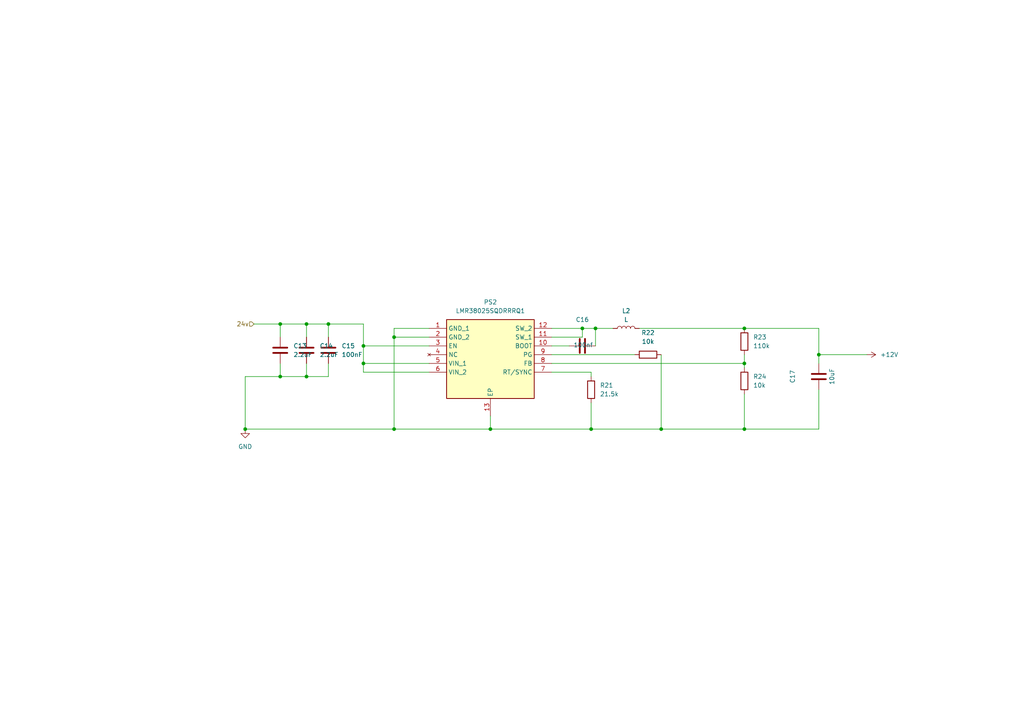
<source format=kicad_sch>
(kicad_sch (version 20250114) (generator "eeschema") (generator_version "9.0")
  (paper "A4")
  (lib_symbols
    (symbol "Device:C" (pin_numbers (hide yes)) (pin_names (offset 0.254))
      (property "Reference" "C" (at 0.635 2.54 0))
      (property "Value" "C" (at 0.635 -2.54 0))
      (symbol "C_0_1"
        (polyline (pts (xy -2.032 0.762) (xy 2.032 0.762)) (stroke (width 0.508)))
        (polyline (pts (xy -2.032 -0.762) (xy 2.032 -0.762)) (stroke (width 0.508)))
      )
      (symbol "C_1_1"
        (pin passive line (at 0 3.81 270) (length 2.794) (name "~") (number "1"))
        (pin passive line (at 0 -3.81 90) (length 2.794) (name "~") (number "2"))
      )
    )
    (symbol "Device:L" (pin_numbers (hide yes)) (pin_names (offset 1.016) (hide yes))
      (property "Reference" "L" (at -1.27 0 90))
      (property "Value" "L" (at 1.905 0 90))
      (symbol "L_0_1"
        (arc (start 0 2.54) (mid 0.6323 1.905) (end 0 1.27))
        (arc (start 0 1.27) (mid 0.6323 0.635) (end 0 0))
        (arc (start 0 0) (mid 0.6323 -0.635) (end 0 -1.27))
        (arc (start 0 -1.27) (mid 0.6323 -1.905) (end 0 -2.54))
      )
      (symbol "L_1_1"
        (pin passive line (at 0 3.81 270) (length 1.27) (name "1") (number "1"))
        (pin passive line (at 0 -3.81 90) (length 1.27) (name "2") (number "2"))
      )
    )
    (symbol "Device:R" (pin_numbers (hide yes)) (pin_names (offset 0))
      (property "Reference" "R" (at 2.032 0 90))
      (property "Value" "R" (at 0 0 90))
      (symbol "R_0_1"
        (rectangle (start -1.016 -2.54) (end 1.016 2.54) (stroke (width 0.254)))
      )
      (symbol "R_1_1"
        (pin passive line (at 0 3.81 270) (length 1.27) (name "~") (number "1"))
        (pin passive line (at 0 -3.81 90) (length 1.27) (name "~") (number "2"))
      )
    )
    (symbol "LMR38025SQDRRRQ1:LMR38025SQDRRRQ1"
      (property "Reference" "PS" (at 31.75 7.62 0))
      (property "Value" "LMR38025SQDRRRQ1" (at 31.75 5.08 0))
      (symbol "LMR38025SQDRRRQ1_1_1"
        (rectangle (start 5.08 2.54) (end 30.48 -20.32) (stroke (width 0.254)) (fill (type background)))
        (pin passive line (at 0 0 0) (length 5.08) (name "GND_1") (number "1"))
        (pin passive line (at 0 -2.54 0) (length 5.08) (name "GND_2") (number "2"))
        (pin passive line (at 0 -5.08 0) (length 5.08) (name "EN") (number "3"))
        (pin no_connect line (at 0 -7.62 0) (length 5.08) (name "NC") (number "4"))
        (pin passive line (at 0 -10.16 0) (length 5.08) (name "VIN_1") (number "5"))
        (pin passive line (at 0 -12.7 0) (length 5.08) (name "VIN_2") (number "6"))
        (pin passive line (at 17.78 -25.4 90) (length 5.08) (name "EP") (number "13"))
        (pin passive line (at 35.56 0 180) (length 5.08) (name "SW_2") (number "12"))
        (pin passive line (at 35.56 -2.54 180) (length 5.08) (name "SW_1") (number "11"))
        (pin passive line (at 35.56 -5.08 180) (length 5.08) (name "BOOT") (number "10"))
        (pin passive line (at 35.56 -7.62 180) (length 5.08) (name "PG") (number "9"))
        (pin passive line (at 35.56 -10.16 180) (length 5.08) (name "FB") (number "8"))
        (pin passive line (at 35.56 -12.7 180) (length 5.08) (name "RT/SYNC") (number "7"))
      )
    )
    (symbol "power:+12V" (power) (pin_numbers (hide yes)) (pin_names (offset 0) (hide yes))
      (property "Value" "+12V" (at 0 3.556 0))
      (symbol "+12V_0_1"
        (polyline (pts (xy -0.762 1.27) (xy 0 2.54)))
        (polyline (pts (xy 0 2.54) (xy 0.762 1.27)))
        (polyline (pts (xy 0 0) (xy 0 2.54)))
      )
      (symbol "+12V_1_1"
        (pin power_in line (at 0 0 90) (length 0) (name "~") (number "1"))
      )
    )
    (symbol "power:GND" (power) (pin_numbers (hide yes)) (pin_names (offset 0) (hide yes))
      (property "Value" "GND" (at 0 -3.81 0))
      (symbol "GND_0_1"
        (polyline (pts (xy 0 0) (xy 0 -1.27) (xy 1.27 -1.27) (xy 0 -2.54) (xy -1.27 -1.27) (xy 0 -1.27)))
      )
      (symbol "GND_1_1"
        (pin power_in line (at 0 0 270) (length 0) (name "~") (number "1"))
      )
    )
  )
  (junction (at 215.9 95.25))
  (junction (at 172.72 95.25))
  (junction (at 105.41 105.41))
  (junction (at 88.9 93.98))
  (junction (at 215.9 124.46))
  (junction (at 114.3 124.46))
  (junction (at 215.9 105.41))
  (junction (at 105.41 100.33))
  (junction (at 88.9 109.22))
  (junction (at 168.91 95.25))
  (junction (at 81.28 109.22))
  (junction (at 95.25 93.98))
  (junction (at 81.28 93.98))
  (junction (at 114.3 97.79))
  (junction (at 71.12 124.46))
  (junction (at 142.24 124.46))
  (junction (at 237.49 102.87))
  (junction (at 171.45 124.46))
  (junction (at 191.77 124.46))
  (wire (pts (xy 237.49 102.87) (xy 251.46 102.87)))
  (wire (pts (xy 71.12 109.22) (xy 81.28 109.22)))
  (wire (pts (xy 73.66 93.98) (xy 81.28 93.98)))
  (wire (pts (xy 171.45 124.46) (xy 142.24 124.46)))
  (wire (pts (xy 172.72 95.25) (xy 168.91 95.25)))
  (wire (pts (xy 142.24 124.46) (xy 114.3 124.46)))
  (wire (pts (xy 185.42 95.25) (xy 215.9 95.25)))
  (wire (pts (xy 171.45 116.84) (xy 171.45 124.46)))
  (wire (pts (xy 160.02 102.87) (xy 184.15 102.87)))
  (wire (pts (xy 160.02 105.41) (xy 215.9 105.41)))
  (wire (pts (xy 191.77 102.87) (xy 191.77 124.46)))
  (wire (pts (xy 124.46 100.33) (xy 105.41 100.33)))
  (wire (pts (xy 114.3 124.46) (xy 71.12 124.46)))
  (wire (pts (xy 71.12 124.46) (xy 71.12 109.22)))
  (wire (pts (xy 105.41 105.41) (xy 124.46 105.41)))
  (wire (pts (xy 81.28 109.22) (xy 88.9 109.22)))
  (wire (pts (xy 105.41 93.98) (xy 105.41 100.33)))
  (wire (pts (xy 160.02 97.79) (xy 168.91 97.79)))
  (wire (pts (xy 105.41 107.95) (xy 105.41 105.41)))
  (wire (pts (xy 168.91 95.25) (xy 168.91 97.79)))
  (wire (pts (xy 81.28 93.98) (xy 88.9 93.98)))
  (wire (pts (xy 237.49 95.25) (xy 237.49 102.87)))
  (wire (pts (xy 160.02 107.95) (xy 171.45 107.95)))
  (wire (pts (xy 81.28 97.79) (xy 81.28 93.98)))
  (wire (pts (xy 215.9 102.87) (xy 215.9 105.41)))
  (wire (pts (xy 114.3 97.79) (xy 114.3 124.46)))
  (wire (pts (xy 237.49 95.25) (xy 215.9 95.25)))
  (wire (pts (xy 215.9 124.46) (xy 191.77 124.46)))
  (wire (pts (xy 88.9 93.98) (xy 88.9 97.79)))
  (wire (pts (xy 172.72 95.25) (xy 172.72 100.33)))
  (wire (pts (xy 237.49 113.03) (xy 237.49 124.46)))
  (wire (pts (xy 81.28 105.41) (xy 81.28 109.22)))
  (wire (pts (xy 124.46 95.25) (xy 114.3 95.25)))
  (wire (pts (xy 114.3 97.79) (xy 124.46 97.79)))
  (wire (pts (xy 105.41 100.33) (xy 105.41 105.41)))
  (wire (pts (xy 171.45 107.95) (xy 171.45 109.22)))
  (wire (pts (xy 95.25 109.22) (xy 95.25 105.41)))
  (wire (pts (xy 95.25 93.98) (xy 95.25 97.79)))
  (wire (pts (xy 88.9 109.22) (xy 95.25 109.22)))
  (wire (pts (xy 142.24 120.65) (xy 142.24 124.46)))
  (wire (pts (xy 237.49 124.46) (xy 215.9 124.46)))
  (wire (pts (xy 95.25 93.98) (xy 105.41 93.98)))
  (wire (pts (xy 237.49 102.87) (xy 237.49 105.41)))
  (wire (pts (xy 124.46 107.95) (xy 105.41 107.95)))
  (wire (pts (xy 160.02 95.25) (xy 168.91 95.25)))
  (wire (pts (xy 177.8 95.25) (xy 172.72 95.25)))
  (wire (pts (xy 160.02 100.33) (xy 165.1 100.33)))
  (wire (pts (xy 215.9 105.41) (xy 215.9 106.68)))
  (wire (pts (xy 215.9 114.3) (xy 215.9 124.46)))
  (wire (pts (xy 114.3 95.25) (xy 114.3 97.79)))
  (wire (pts (xy 191.77 124.46) (xy 171.45 124.46)))
  (wire (pts (xy 88.9 93.98) (xy 95.25 93.98)))
  (wire (pts (xy 88.9 105.41) (xy 88.9 109.22)))
  (hierarchical_label "24v" (shape input) (at 73.66 93.98 180))
  (symbol (lib_id "Device:C") (at 88.9 101.6 0) (unit 1)
    (property "Reference" "C14" (at 92.71 100.3299 0) (effects (justify left)))
    (property "Value" "2.2uF" (at 92.71 102.8699 0) (effects (justify left)))
    (property "Footprint" "Capacitor_SMD:C_0201_0603Metric" (effects (hide yes)))
    (property "Description" "Unpolarized capacitor" (effects (hide yes)))
  )
  (symbol (lib_id "Device:R") (at 215.9 110.49 180) (unit 1)
    (property "Reference" "R24" (at 218.44 109.2199 0) (effects (justify right)))
    (property "Value" "10k" (at 218.44 111.7599 0) (effects (justify right)))
    (property "Footprint" "Resistor_SMD:R_0603_1608Metric" (effects (hide yes)))
    (property "Description" "Resistor" (effects (hide yes)))
  )
  (symbol (lib_id "Device:R") (at 215.9 99.06 180) (unit 1)
    (property "Reference" "R23" (at 218.44 97.7899 0) (effects (justify right)))
    (property "Value" "110k" (at 218.44 100.3299 0) (effects (justify right)))
    (property "Footprint" "Resistor_SMD:R_0402_1005Metric" (effects (hide yes)))
    (property "Description" "Resistor" (effects (hide yes)))
  )
  (symbol (lib_id "Device:R") (at 187.96 102.87 90) (unit 1)
    (property "Reference" "R22" (at 187.96 96.52 90))
    (property "Value" "10k" (at 187.96 99.06 90))
    (property "Footprint" "Resistor_SMD:R_0603_1608Metric" (effects (hide yes)))
    (property "Description" "Resistor" (effects (hide yes)))
  )
  (symbol (lib_id "Device:L") (at 181.61 95.25 90) (unit 1)
    (property "Reference" "L2" (at 181.61 90.17 90))
    (property "Value" "L" (at 181.61 92.71 90))
    (property "Footprint" "IHLP4040DZER5R6M01:IND_IHLP-4040DZ_VIS" (effects (hide yes)))
    (property "Description" "Inductor" (effects (hide yes)))
  )
  (symbol (lib_id "power:GND") (at 71.12 124.46 0) (unit 1)
    (property "Reference" "#PWR031" (effects (hide yes)))
    (property "Value" "GND" (at 71.12 129.54 0))
    (property "Description" "Power symbol creates a global label with name \"GND\" , ground" (effects (hide yes)))
  )
  (symbol (lib_id "Device:C") (at 168.91 100.33 90) (unit 1)
    (property "Reference" "C16" (at 168.91 92.71 90))
    (property "Value" "100nf" (at 169.164 100.076 90))
    (property "Footprint" "Capacitor_SMD:C_0201_0603Metric" (effects (hide yes)))
    (property "Description" "Unpolarized capacitor" (effects (hide yes)))
  )
  (symbol (lib_id "LMR38025SQDRRRQ1:LMR38025SQDRRRQ1") (at 124.46 95.25 0) (unit 1)
    (property "Reference" "PS2" (at 142.24 87.63 0))
    (property "Value" "LMR38025SQDRRRQ1" (at 142.24 90.17 0))
    (property "Footprint" "LMR380:SON50P300X300X80-13N" (effects (hide yes)))
    (property "Datasheet" "https://www.ti.com/lit/gpn/lmr38025-q1" (effects (hide yes)))
    (property "Description" "Switching Voltage Regulators LMR38025SQDRRRQ1" (effects (hide yes)))
    (property "Height" "0.8" (effects (hide yes)))
    (property "Mouser Part Number" "595-LMR38025SQDRRRQ1" (effects (hide yes)))
    (property "Mouser Price/Stock" "https://www.mouser.co.uk/ProductDetail/Texas-Instruments/LMR38025SQDRRRQ1?qs=Z%252BL2brAPG1JSpH2snz70qg%3D%3D" (effects (hide yes)))
    (property "Manufacturer_Name" "Texas Instruments" (effects (hide yes)))
    (property "Manufacturer_Part_Number" "LMR38025SQDRRRQ1" (effects (hide yes)))
  )
  (symbol (lib_id "Device:R") (at 171.45 113.03 0) (unit 1)
    (property "Reference" "R21" (at 173.99 111.7599 0) (effects (justify left)))
    (property "Value" "21.5k" (at 173.99 114.2999 0) (effects (justify left)))
    (property "Footprint" "Resistor_SMD:R_0402_1005Metric" (effects (hide yes)))
    (property "Description" "Resistor" (effects (hide yes)))
  )
  (symbol (lib_id "Device:C") (at 81.28 101.6 0) (unit 1)
    (property "Reference" "C13" (at 85.09 100.3299 0) (effects (justify left)))
    (property "Value" "2.2uF" (at 85.09 102.8699 0) (effects (justify left)))
    (property "Footprint" "Capacitor_SMD:C_0201_0603Metric" (effects (hide yes)))
    (property "Description" "Unpolarized capacitor" (effects (hide yes)))
  )
  (symbol (lib_id "power:+12V") (at 251.46 102.87 270) (unit 1)
    (property "Reference" "#PWR032" (effects (hide yes)))
    (property "Value" "+12V" (at 255.27 102.8699 90) (effects (justify left)))
    (property "Description" "Power symbol creates a global label with name \"+12V\"" (effects (hide yes)))
  )
  (symbol (lib_id "Device:C") (at 95.25 101.6 0) (unit 1)
    (property "Reference" "C15" (at 99.06 100.3299 0) (effects (justify left)))
    (property "Value" "100nF" (at 99.06 102.8699 0) (effects (justify left)))
    (property "Footprint" "Capacitor_SMD:C_0201_0603Metric" (effects (hide yes)))
    (property "Description" "Unpolarized capacitor" (effects (hide yes)))
  )
  (symbol (lib_id "Device:C") (at 237.49 109.22 180) (unit 1)
    (property "Reference" "C17" (at 229.87 109.22 90))
    (property "Value" "10uF" (at 241.3 109.22 90))
    (property "Footprint" "Capacitor_SMD:C_0402_1005Metric" (effects (hide yes)))
    (property "Description" "Unpolarized capacitor" (effects (hide yes)))
  )
)
</source>
